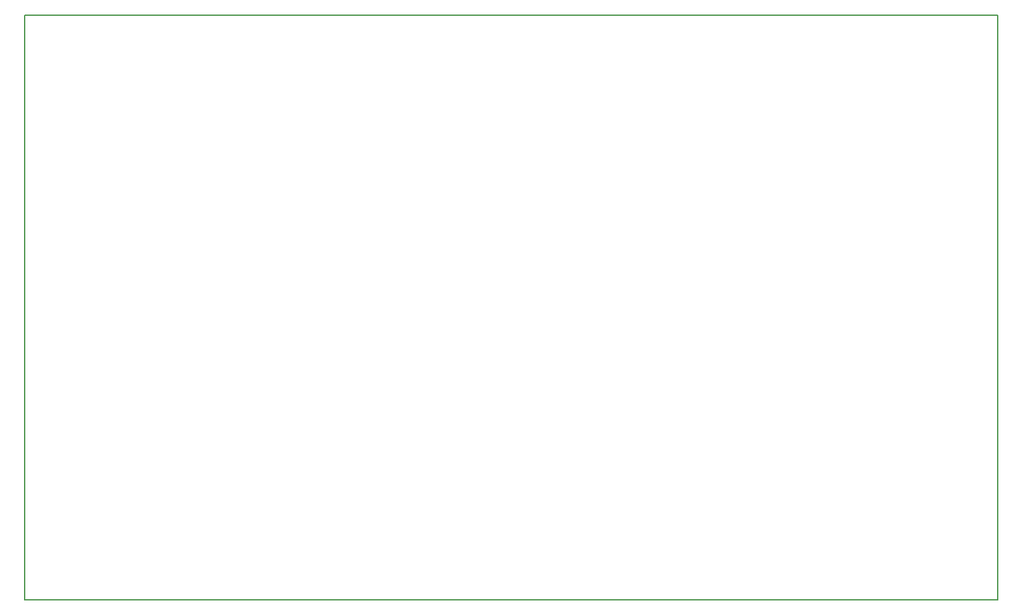
<source format=gbr>
G04 #@! TF.GenerationSoftware,KiCad,Pcbnew,(5.1.4)-1*
G04 #@! TF.CreationDate,2020-02-14T01:18:51+01:00*
G04 #@! TF.ProjectId,ZXShield,5a585368-6965-46c6-942e-6b696361645f,rev?*
G04 #@! TF.SameCoordinates,Original*
G04 #@! TF.FileFunction,Profile,NP*
%FSLAX46Y46*%
G04 Gerber Fmt 4.6, Leading zero omitted, Abs format (unit mm)*
G04 Created by KiCad (PCBNEW (5.1.4)-1) date 2020-02-14 01:18:51*
%MOMM*%
%LPD*%
G04 APERTURE LIST*
%ADD10C,0.150000*%
G04 APERTURE END LIST*
D10*
X110998000Y-131318000D02*
X110998000Y-53086000D01*
X241300000Y-131318000D02*
X110998000Y-131318000D01*
X241300000Y-53086000D02*
X241300000Y-131318000D01*
X110998000Y-53086000D02*
X241300000Y-53086000D01*
M02*

</source>
